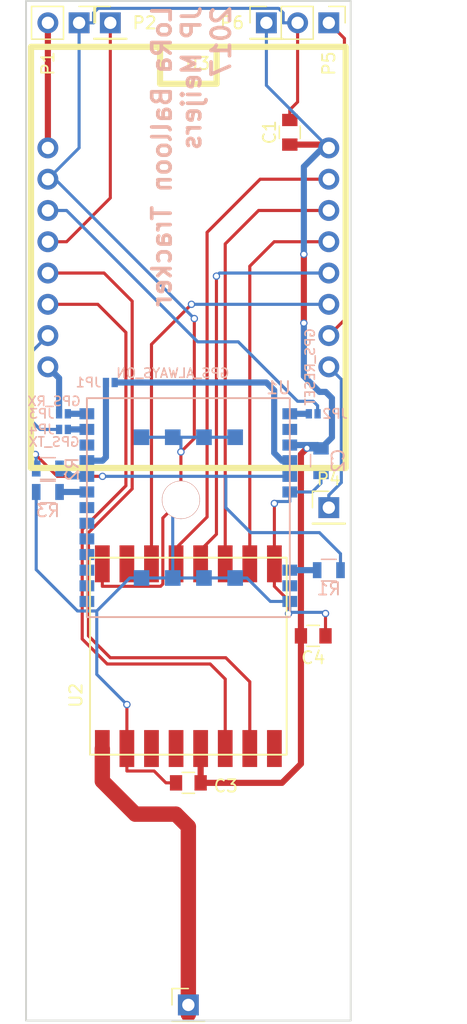
<source format=kicad_pcb>
(kicad_pcb (version 20171130) (host pcbnew "(5.1.12)-1")

  (general
    (thickness 1.6)
    (drawings 8)
    (tracks 209)
    (zones 0)
    (modules 20)
    (nets 27)
  )

  (page A4)
  (layers
    (0 F.Cu signal)
    (31 B.Cu signal)
    (32 B.Adhes user hide)
    (33 F.Adhes user hide)
    (34 B.Paste user hide)
    (35 F.Paste user hide)
    (36 B.SilkS user hide)
    (37 F.SilkS user hide)
    (38 B.Mask user hide)
    (39 F.Mask user hide)
    (40 Dwgs.User user hide)
    (41 Cmts.User user hide)
    (42 Eco1.User user hide)
    (43 Eco2.User user hide)
    (44 Edge.Cuts user)
    (45 Margin user hide)
    (46 B.CrtYd user hide)
    (47 F.CrtYd user hide)
    (48 B.Fab user hide)
    (49 F.Fab user hide)
  )

  (setup
    (last_trace_width 0.25)
    (user_trace_width 0.254)
    (user_trace_width 0.5)
    (user_trace_width 0.75)
    (user_trace_width 1)
    (user_trace_width 1.25)
    (trace_clearance 0.2)
    (zone_clearance 0.3)
    (zone_45_only yes)
    (trace_min 0.2)
    (via_size 0.6)
    (via_drill 0.4)
    (via_min_size 0.4)
    (via_min_drill 0.3)
    (uvia_size 0.3)
    (uvia_drill 0.1)
    (uvias_allowed no)
    (uvia_min_size 0.2)
    (uvia_min_drill 0.1)
    (edge_width 0.15)
    (segment_width 0.2)
    (pcb_text_width 0.3)
    (pcb_text_size 1.5 1.5)
    (mod_edge_width 0.15)
    (mod_text_size 1 1)
    (mod_text_width 0.15)
    (pad_size 1.524 1.524)
    (pad_drill 0.762)
    (pad_to_mask_clearance 0.2)
    (aux_axis_origin 0 0)
    (visible_elements 7FFFFFFF)
    (pcbplotparams
      (layerselection 0x00030_80000001)
      (usegerberextensions false)
      (usegerberattributes true)
      (usegerberadvancedattributes true)
      (creategerberjobfile true)
      (excludeedgelayer true)
      (linewidth 0.200000)
      (plotframeref false)
      (viasonmask false)
      (mode 1)
      (useauxorigin false)
      (hpglpennumber 1)
      (hpglpenspeed 20)
      (hpglpendiameter 15.000000)
      (psnegative false)
      (psa4output false)
      (plotreference true)
      (plotvalue true)
      (plotinvisibletext false)
      (padsonsilk false)
      (subtractmaskfromsilk false)
      (outputformat 1)
      (mirror false)
      (drillshape 1)
      (scaleselection 1)
      (outputdirectory ""))
  )

  (net 0 "")
  (net 1 /3V3)
  (net 2 /GND)
  (net 3 "Net-(JP1-Pad1)")
  (net 4 "Net-(JP1-Pad2)")
  (net 5 /GPS_RESET)
  (net 6 /DIO2)
  (net 7 /GPS_RX)
  (net 8 /DIO1/TX)
  (net 9 /GPS_TX)
  (net 10 /DIO3/RX)
  (net 11 /5V)
  (net 12 /DIO0)
  (net 13 /DIO4/rfmDIO1)
  (net 14 /DIO5/rfmDIO0)
  (net 15 /RST)
  (net 16 /ADC)
  (net 17 /DIO16/rfmRESET)
  (net 18 /DIO14/SCK)
  (net 19 /DIO12/MISO)
  (net 20 /DIO13/MOSI)
  (net 21 /DIO15/SS)
  (net 22 "Net-(P3-Pad1)")
  (net 23 /GPS_1V8)
  (net 24 "Net-(R1-Pad2)")
  (net 25 "Net-(R2-Pad1)")
  (net 26 "Net-(R3-Pad1)")

  (net_class Default "This is the default net class."
    (clearance 0.2)
    (trace_width 0.25)
    (via_dia 0.6)
    (via_drill 0.4)
    (uvia_dia 0.3)
    (uvia_drill 0.1)
    (add_net /3V3)
    (add_net /5V)
    (add_net /ADC)
    (add_net /DIO0)
    (add_net /DIO1/TX)
    (add_net /DIO12/MISO)
    (add_net /DIO13/MOSI)
    (add_net /DIO14/SCK)
    (add_net /DIO15/SS)
    (add_net /DIO16/rfmRESET)
    (add_net /DIO2)
    (add_net /DIO3/RX)
    (add_net /DIO4/rfmDIO1)
    (add_net /DIO5/rfmDIO0)
    (add_net /GND)
    (add_net /GPS_1V8)
    (add_net /GPS_RESET)
    (add_net /GPS_RX)
    (add_net /GPS_TX)
    (add_net /RST)
    (add_net "Net-(JP1-Pad1)")
    (add_net "Net-(JP1-Pad2)")
    (add_net "Net-(P3-Pad1)")
    (add_net "Net-(R1-Pad2)")
    (add_net "Net-(R2-Pad1)")
    (add_net "Net-(R3-Pad1)")
  )

  (module drawn_by_jpmeijers:WEMOS_D1_mini (layer F.Cu) (tedit 58B58BE8) (tstamp 58B564EE)
    (at 193.04 68.58)
    (path /58B581EA)
    (fp_text reference U3 (at 0.762 -15.748) (layer F.SilkS)
      (effects (font (size 1 1) (thickness 0.15)))
    )
    (fp_text value WEMOS_D1_mini (at 5.588 -22.352) (layer F.Fab)
      (effects (font (size 1 1) (thickness 0.15)))
    )
    (fp_line (start -12.8 17.1) (end 12.8 17.1) (layer F.SilkS) (width 0.5))
    (fp_line (start -12.8 -17.1) (end 12.8 -17.1) (layer F.SilkS) (width 0.5))
    (fp_line (start 12.8 -17.1) (end 12.8 17.1) (layer F.SilkS) (width 0.5))
    (fp_line (start -12.8 -17.1) (end -12.8 17.1) (layer F.SilkS) (width 0.5))
    (fp_line (start 2.3 -14.1) (end 2.3 -17.1) (layer F.SilkS) (width 0.5))
    (fp_line (start -2.3 -14.1) (end 2.3 -14.1) (layer F.SilkS) (width 0.5))
    (fp_line (start -2.3 -17.1) (end -2.3 -14.1) (layer F.SilkS) (width 0.5))
    (pad 1 thru_hole circle (at -11.43 -8.89) (size 1.7 1.7) (drill 1) (layers *.Cu *.Mask)
      (net 11 /5V))
    (pad 2 thru_hole circle (at -11.43 -6.35) (size 1.7 1.7) (drill 1) (layers *.Cu *.Mask)
      (net 2 /GND))
    (pad 3 thru_hole circle (at -11.43 -3.81) (size 1.7 1.7) (drill 1) (layers *.Cu *.Mask)
      (net 6 /DIO2))
    (pad 4 thru_hole circle (at -11.43 -1.27) (size 1.7 1.7) (drill 1) (layers *.Cu *.Mask)
      (net 12 /DIO0))
    (pad 5 thru_hole circle (at -11.43 1.27) (size 1.7 1.7) (drill 1) (layers *.Cu *.Mask)
      (net 13 /DIO4/rfmDIO1))
    (pad 6 thru_hole circle (at -11.43 3.81) (size 1.7 1.7) (drill 1) (layers *.Cu *.Mask)
      (net 14 /DIO5/rfmDIO0))
    (pad 7 thru_hole circle (at -11.43 6.35) (size 1.7 1.7) (drill 1) (layers *.Cu *.Mask)
      (net 10 /DIO3/RX))
    (pad 8 thru_hole circle (at -11.43 8.89) (size 1.7 1.7) (drill 1) (layers *.Cu *.Mask)
      (net 8 /DIO1/TX))
    (pad 9 thru_hole circle (at 11.43 8.89) (size 1.7 1.7) (drill 1) (layers *.Cu *.Mask)
      (net 15 /RST))
    (pad 10 thru_hole circle (at 11.43 6.35) (size 1.7 1.7) (drill 1) (layers *.Cu *.Mask)
      (net 16 /ADC))
    (pad 11 thru_hole circle (at 11.43 3.81) (size 1.7 1.7) (drill 1) (layers *.Cu *.Mask)
      (net 17 /DIO16/rfmRESET))
    (pad 12 thru_hole circle (at 11.43 1.27) (size 1.7 1.7) (drill 1) (layers *.Cu *.Mask)
      (net 18 /DIO14/SCK))
    (pad 13 thru_hole circle (at 11.43 -1.27) (size 1.7 1.7) (drill 1) (layers *.Cu *.Mask)
      (net 19 /DIO12/MISO))
    (pad 14 thru_hole circle (at 11.43 -3.81) (size 1.7 1.7) (drill 1) (layers *.Cu *.Mask)
      (net 20 /DIO13/MOSI))
    (pad 15 thru_hole circle (at 11.43 -6.35) (size 1.7 1.7) (drill 1) (layers *.Cu *.Mask)
      (net 21 /DIO15/SS))
    (pad 16 thru_hole circle (at 11.43 -8.89) (size 1.7 1.7) (drill 1) (layers *.Cu *.Mask)
      (net 1 /3V3))
  )

  (module Capacitors_SMD:C_0805 (layer F.Cu) (tedit 58B58BE1) (tstamp 58B553A7)
    (at 201.295 58.42 90)
    (descr "Capacitor SMD 0805, reflow soldering, AVX (see smccp.pdf)")
    (tags "capacitor 0805")
    (path /58B47837)
    (attr smd)
    (fp_text reference C1 (at 0 -1.651 90) (layer F.SilkS)
      (effects (font (size 1 1) (thickness 0.15)))
    )
    (fp_text value 10uF (at 2.032 10.287 90) (layer F.Fab)
      (effects (font (size 1 1) (thickness 0.15)))
    )
    (fp_line (start 1.75 0.87) (end -1.75 0.87) (layer F.CrtYd) (width 0.05))
    (fp_line (start 1.75 0.87) (end 1.75 -0.88) (layer F.CrtYd) (width 0.05))
    (fp_line (start -1.75 -0.88) (end -1.75 0.87) (layer F.CrtYd) (width 0.05))
    (fp_line (start -1.75 -0.88) (end 1.75 -0.88) (layer F.CrtYd) (width 0.05))
    (fp_line (start -0.5 0.85) (end 0.5 0.85) (layer F.SilkS) (width 0.12))
    (fp_line (start 0.5 -0.85) (end -0.5 -0.85) (layer F.SilkS) (width 0.12))
    (fp_line (start -1 -0.62) (end 1 -0.62) (layer F.Fab) (width 0.1))
    (fp_line (start 1 -0.62) (end 1 0.62) (layer F.Fab) (width 0.1))
    (fp_line (start 1 0.62) (end -1 0.62) (layer F.Fab) (width 0.1))
    (fp_line (start -1 0.62) (end -1 -0.62) (layer F.Fab) (width 0.1))
    (fp_text user %R (at -2.032 13.589 90) (layer F.Fab)
      (effects (font (size 1 1) (thickness 0.15)))
    )
    (pad 1 smd rect (at -1 0 90) (size 1 1.25) (layers F.Cu F.Paste F.Mask)
      (net 1 /3V3))
    (pad 2 smd rect (at 1 0 90) (size 1 1.25) (layers F.Cu F.Paste F.Mask)
      (net 2 /GND))
    (model Capacitors_SMD.3dshapes/C_0805.wrl
      (at (xyz 0 0 0))
      (scale (xyz 1 1 1))
      (rotate (xyz 0 0 0))
    )
  )

  (module Capacitors_SMD:C_0805 (layer B.Cu) (tedit 58B58B61) (tstamp 58B553AD)
    (at 203.835 85.09 270)
    (descr "Capacitor SMD 0805, reflow soldering, AVX (see smccp.pdf)")
    (tags "capacitor 0805")
    (path /58B477B1)
    (attr smd)
    (fp_text reference C2 (at 0 -1.397 270) (layer B.SilkS)
      (effects (font (size 1 1) (thickness 0.15)) (justify mirror))
    )
    (fp_text value 100nF (at -0.254 -6.223 270) (layer B.Fab)
      (effects (font (size 1 1) (thickness 0.15)) (justify mirror))
    )
    (fp_line (start 1.75 -0.87) (end -1.75 -0.87) (layer B.CrtYd) (width 0.05))
    (fp_line (start 1.75 -0.87) (end 1.75 0.88) (layer B.CrtYd) (width 0.05))
    (fp_line (start -1.75 0.88) (end -1.75 -0.87) (layer B.CrtYd) (width 0.05))
    (fp_line (start -1.75 0.88) (end 1.75 0.88) (layer B.CrtYd) (width 0.05))
    (fp_line (start -0.5 -0.85) (end 0.5 -0.85) (layer B.SilkS) (width 0.12))
    (fp_line (start 0.5 0.85) (end -0.5 0.85) (layer B.SilkS) (width 0.12))
    (fp_line (start -1 0.62) (end 1 0.62) (layer B.Fab) (width 0.1))
    (fp_line (start 1 0.62) (end 1 -0.62) (layer B.Fab) (width 0.1))
    (fp_line (start 1 -0.62) (end -1 -0.62) (layer B.Fab) (width 0.1))
    (fp_line (start -1 -0.62) (end -1 0.62) (layer B.Fab) (width 0.1))
    (fp_text user %R (at 2.794 -6.223 270) (layer B.Fab)
      (effects (font (size 1 1) (thickness 0.15)) (justify mirror))
    )
    (pad 1 smd rect (at -1 0 270) (size 1 1.25) (layers B.Cu B.Paste B.Mask)
      (net 1 /3V3))
    (pad 2 smd rect (at 1 0 270) (size 1 1.25) (layers B.Cu B.Paste B.Mask)
      (net 2 /GND))
    (model Capacitors_SMD.3dshapes/C_0805.wrl
      (at (xyz 0 0 0))
      (scale (xyz 1 1 1))
      (rotate (xyz 0 0 0))
    )
  )

  (module Capacitors_SMD:C_0805 (layer F.Cu) (tedit 58B58BB7) (tstamp 58B553B3)
    (at 193.04 111.252 180)
    (descr "Capacitor SMD 0805, reflow soldering, AVX (see smccp.pdf)")
    (tags "capacitor 0805")
    (path /58B54EC7)
    (attr smd)
    (fp_text reference C3 (at -3.048 -0.254 180) (layer F.SilkS)
      (effects (font (size 1 1) (thickness 0.15)))
    )
    (fp_text value 100nF (at -17.018 3.302 180) (layer F.Fab)
      (effects (font (size 1 1) (thickness 0.15)))
    )
    (fp_line (start 1.75 0.87) (end -1.75 0.87) (layer F.CrtYd) (width 0.05))
    (fp_line (start 1.75 0.87) (end 1.75 -0.88) (layer F.CrtYd) (width 0.05))
    (fp_line (start -1.75 -0.88) (end -1.75 0.87) (layer F.CrtYd) (width 0.05))
    (fp_line (start -1.75 -0.88) (end 1.75 -0.88) (layer F.CrtYd) (width 0.05))
    (fp_line (start -0.5 0.85) (end 0.5 0.85) (layer F.SilkS) (width 0.12))
    (fp_line (start 0.5 -0.85) (end -0.5 -0.85) (layer F.SilkS) (width 0.12))
    (fp_line (start -1 -0.62) (end 1 -0.62) (layer F.Fab) (width 0.1))
    (fp_line (start 1 -0.62) (end 1 0.62) (layer F.Fab) (width 0.1))
    (fp_line (start 1 0.62) (end -1 0.62) (layer F.Fab) (width 0.1))
    (fp_line (start -1 0.62) (end -1 -0.62) (layer F.Fab) (width 0.1))
    (fp_text user %R (at -15.494 4.826 180) (layer F.Fab)
      (effects (font (size 1 1) (thickness 0.15)))
    )
    (pad 1 smd rect (at -1 0 180) (size 1 1.25) (layers F.Cu F.Paste F.Mask)
      (net 1 /3V3))
    (pad 2 smd rect (at 1 0 180) (size 1 1.25) (layers F.Cu F.Paste F.Mask)
      (net 2 /GND))
    (model Capacitors_SMD.3dshapes/C_0805.wrl
      (at (xyz 0 0 0))
      (scale (xyz 1 1 1))
      (rotate (xyz 0 0 0))
    )
  )

  (module Resistors_SMD:R_0805 (layer B.Cu) (tedit 58B58B6D) (tstamp 58B553EE)
    (at 204.47 93.98 180)
    (descr "Resistor SMD 0805, reflow soldering, Vishay (see dcrcw.pdf)")
    (tags "resistor 0805")
    (path /58B48302)
    (attr smd)
    (fp_text reference R1 (at 0 -1.524 180) (layer B.SilkS)
      (effects (font (size 1 1) (thickness 0.15)) (justify mirror))
    )
    (fp_text value 10k (at -3.556 0 180) (layer B.Fab)
      (effects (font (size 1 1) (thickness 0.15)) (justify mirror))
    )
    (fp_line (start 1.55 -0.9) (end -1.55 -0.9) (layer B.CrtYd) (width 0.05))
    (fp_line (start 1.55 -0.9) (end 1.55 0.9) (layer B.CrtYd) (width 0.05))
    (fp_line (start -1.55 0.9) (end -1.55 -0.9) (layer B.CrtYd) (width 0.05))
    (fp_line (start -1.55 0.9) (end 1.55 0.9) (layer B.CrtYd) (width 0.05))
    (fp_line (start -0.6 0.88) (end 0.6 0.88) (layer B.SilkS) (width 0.12))
    (fp_line (start 0.6 -0.88) (end -0.6 -0.88) (layer B.SilkS) (width 0.12))
    (fp_line (start -1 0.62) (end 1 0.62) (layer B.Fab) (width 0.1))
    (fp_line (start 1 0.62) (end 1 -0.62) (layer B.Fab) (width 0.1))
    (fp_line (start 1 -0.62) (end -1 -0.62) (layer B.Fab) (width 0.1))
    (fp_line (start -1 -0.62) (end -1 0.62) (layer B.Fab) (width 0.1))
    (fp_text user %R (at -5.842 0 180) (layer B.Fab)
      (effects (font (size 1 1) (thickness 0.15)) (justify mirror))
    )
    (pad 1 smd rect (at -0.95 0 180) (size 0.7 1.3) (layers B.Cu B.Paste B.Mask)
      (net 23 /GPS_1V8))
    (pad 2 smd rect (at 0.95 0 180) (size 0.7 1.3) (layers B.Cu B.Paste B.Mask)
      (net 24 "Net-(R1-Pad2)"))
    (model Resistors_SMD.3dshapes/R_0805.wrl
      (at (xyz 0 0 0))
      (scale (xyz 1 1 1))
      (rotate (xyz 0 0 0))
    )
  )

  (module Resistors_SMD:R_0805 (layer B.Cu) (tedit 58B58D83) (tstamp 58B553F4)
    (at 181.61 85.725 180)
    (descr "Resistor SMD 0805, reflow soldering, Vishay (see dcrcw.pdf)")
    (tags "resistor 0805")
    (path /58B48193)
    (attr smd)
    (fp_text reference R2 (at -1.9812 -0.0508 90) (layer B.SilkS)
      (effects (font (size 1 1) (thickness 0.15)) (justify mirror))
    )
    (fp_text value 2k2 (at 5.08 -0.127 180) (layer B.Fab)
      (effects (font (size 1 1) (thickness 0.15)) (justify mirror))
    )
    (fp_line (start 1.55 -0.9) (end -1.55 -0.9) (layer B.CrtYd) (width 0.05))
    (fp_line (start 1.55 -0.9) (end 1.55 0.9) (layer B.CrtYd) (width 0.05))
    (fp_line (start -1.55 0.9) (end -1.55 -0.9) (layer B.CrtYd) (width 0.05))
    (fp_line (start -1.55 0.9) (end 1.55 0.9) (layer B.CrtYd) (width 0.05))
    (fp_line (start -0.6 0.88) (end 0.6 0.88) (layer B.SilkS) (width 0.12))
    (fp_line (start 0.6 -0.88) (end -0.6 -0.88) (layer B.SilkS) (width 0.12))
    (fp_line (start -1 0.62) (end 1 0.62) (layer B.Fab) (width 0.1))
    (fp_line (start 1 0.62) (end 1 -0.62) (layer B.Fab) (width 0.1))
    (fp_line (start 1 -0.62) (end -1 -0.62) (layer B.Fab) (width 0.1))
    (fp_line (start -1 -0.62) (end -1 0.62) (layer B.Fab) (width 0.1))
    (fp_text user %R (at 2.794 -0.127 180) (layer B.Fab)
      (effects (font (size 1 1) (thickness 0.15)) (justify mirror))
    )
    (pad 1 smd rect (at -0.95 0 180) (size 0.7 1.3) (layers B.Cu B.Paste B.Mask)
      (net 25 "Net-(R2-Pad1)"))
    (pad 2 smd rect (at 0.95 0 180) (size 0.7 1.3) (layers B.Cu B.Paste B.Mask)
      (net 23 /GPS_1V8))
    (model Resistors_SMD.3dshapes/R_0805.wrl
      (at (xyz 0 0 0))
      (scale (xyz 1 1 1))
      (rotate (xyz 0 0 0))
    )
  )

  (module Resistors_SMD:R_0805 (layer B.Cu) (tedit 58B58B22) (tstamp 58B553FA)
    (at 181.61 87.63 180)
    (descr "Resistor SMD 0805, reflow soldering, Vishay (see dcrcw.pdf)")
    (tags "resistor 0805")
    (path /58B48262)
    (attr smd)
    (fp_text reference R3 (at 0 -1.524 180) (layer B.SilkS)
      (effects (font (size 1 1) (thickness 0.15)) (justify mirror))
    )
    (fp_text value 2k2 (at 5.08 0 180) (layer B.Fab)
      (effects (font (size 1 1) (thickness 0.15)) (justify mirror))
    )
    (fp_line (start 1.55 -0.9) (end -1.55 -0.9) (layer B.CrtYd) (width 0.05))
    (fp_line (start 1.55 -0.9) (end 1.55 0.9) (layer B.CrtYd) (width 0.05))
    (fp_line (start -1.55 0.9) (end -1.55 -0.9) (layer B.CrtYd) (width 0.05))
    (fp_line (start -1.55 0.9) (end 1.55 0.9) (layer B.CrtYd) (width 0.05))
    (fp_line (start -0.6 0.88) (end 0.6 0.88) (layer B.SilkS) (width 0.12))
    (fp_line (start 0.6 -0.88) (end -0.6 -0.88) (layer B.SilkS) (width 0.12))
    (fp_line (start -1 0.62) (end 1 0.62) (layer B.Fab) (width 0.1))
    (fp_line (start 1 0.62) (end 1 -0.62) (layer B.Fab) (width 0.1))
    (fp_line (start 1 -0.62) (end -1 -0.62) (layer B.Fab) (width 0.1))
    (fp_line (start -1 -0.62) (end -1 0.62) (layer B.Fab) (width 0.1))
    (fp_text user %R (at 2.794 0 180) (layer B.Fab)
      (effects (font (size 1 1) (thickness 0.15)) (justify mirror))
    )
    (pad 1 smd rect (at -0.95 0 180) (size 0.7 1.3) (layers B.Cu B.Paste B.Mask)
      (net 26 "Net-(R3-Pad1)"))
    (pad 2 smd rect (at 0.95 0 180) (size 0.7 1.3) (layers B.Cu B.Paste B.Mask)
      (net 2 /GND))
    (model Resistors_SMD.3dshapes/R_0805.wrl
      (at (xyz 0 0 0))
      (scale (xyz 1 1 1))
      (rotate (xyz 0 0 0))
    )
  )

  (module drawn_by_jpmeijers:GPS_A2235-H (layer B.Cu) (tedit 58B58D9F) (tstamp 58B5541D)
    (at 201.295 97.79 180)
    (path /58B469E7)
    (fp_text reference U1 (at 0.9144 18.6182 180) (layer B.SilkS)
      (effects (font (size 1 1) (thickness 0.15)) (justify mirror))
    )
    (fp_text value GPS_A2235-H (at 27.2796 0 180) (layer B.Fab)
      (effects (font (size 1 1) (thickness 0.15)) (justify mirror))
    )
    (fp_line (start 16.51 0) (end 0 0) (layer B.SilkS) (width 0.15))
    (fp_line (start 16.51 17.78) (end 16.51 0) (layer B.SilkS) (width 0.15))
    (fp_line (start 0 17.78) (end 16.51 17.78) (layer B.SilkS) (width 0.15))
    (fp_line (start 0 0) (end 0 17.78) (layer B.SilkS) (width 0.15))
    (pad 1 smd rect (at 0 16.51 180) (size 1.2 0.9) (layers B.Cu B.Paste B.Mask)
      (net 5 /GPS_RESET))
    (pad 2 smd rect (at 0 15.24 180) (size 1.2 0.9) (layers B.Cu B.Paste B.Mask))
    (pad 3 smd rect (at 0 13.97 180) (size 1.2 0.9) (layers B.Cu B.Paste B.Mask)
      (net 1 /3V3))
    (pad 4 smd rect (at 0 12.7 180) (size 1.2 0.9) (layers B.Cu B.Paste B.Mask)
      (net 3 "Net-(JP1-Pad1)"))
    (pad 5 smd rect (at 0 11.43 180) (size 1.2 0.9) (layers B.Cu B.Paste B.Mask)
      (net 23 /GPS_1V8))
    (pad 6 smd rect (at 0 10.16 180) (size 1.2 0.9) (layers B.Cu B.Paste B.Mask)
      (net 2 /GND))
    (pad 7 smd rect (at 0 3.81 180) (size 1.2 0.9) (layers B.Cu B.Paste B.Mask)
      (net 24 "Net-(R1-Pad2)"))
    (pad 8 smd rect (at 0 2.54 180) (size 1.2 0.9) (layers B.Cu B.Paste B.Mask))
    (pad 9 smd rect (at 0 1.27 180) (size 1.2 0.9) (layers B.Cu B.Paste B.Mask)
      (net 2 /GND))
    (pad 10 smd rect (at 16.51 1.27 180) (size 1.2 0.9) (layers B.Cu B.Paste B.Mask))
    (pad 11 smd rect (at 16.51 2.54 180) (size 1.2 0.9) (layers B.Cu B.Paste B.Mask))
    (pad 12 smd rect (at 16.51 3.81 180) (size 1.2 0.9) (layers B.Cu B.Paste B.Mask))
    (pad 13 smd rect (at 16.51 5.08 180) (size 1.2 0.9) (layers B.Cu B.Paste B.Mask))
    (pad 14 smd rect (at 16.51 6.35 180) (size 1.2 0.9) (layers B.Cu B.Paste B.Mask))
    (pad 15 smd rect (at 16.51 7.62 180) (size 1.2 0.9) (layers B.Cu B.Paste B.Mask))
    (pad 16 smd rect (at 16.51 8.89 180) (size 1.2 0.9) (layers B.Cu B.Paste B.Mask))
    (pad 17 smd rect (at 16.51 10.16 180) (size 1.2 0.9) (layers B.Cu B.Paste B.Mask)
      (net 26 "Net-(R3-Pad1)"))
    (pad 18 smd rect (at 16.51 11.43 180) (size 1.2 0.9) (layers B.Cu B.Paste B.Mask)
      (net 25 "Net-(R2-Pad1)"))
    (pad 19 smd rect (at 16.51 12.7 180) (size 1.2 0.9) (layers B.Cu B.Paste B.Mask)
      (net 4 "Net-(JP1-Pad2)"))
    (pad 20 smd rect (at 16.51 13.97 180) (size 1.2 0.9) (layers B.Cu B.Paste B.Mask))
    (pad 21 smd rect (at 16.51 15.24 180) (size 1.2 0.9) (layers B.Cu B.Paste B.Mask)
      (net 9 /GPS_TX))
    (pad 22 smd rect (at 16.51 16.51 180) (size 1.2 0.9) (layers B.Cu B.Paste B.Mask)
      (net 7 /GPS_RX))
    (pad 23 smd rect (at 4.445 14.605 180) (size 1.27 1.27) (layers B.Cu B.Paste B.Mask)
      (net 2 /GND))
    (pad 26 smd rect (at 12.065 14.605 180) (size 1.27 1.27) (layers B.Cu B.Paste B.Mask)
      (net 2 /GND))
    (pad 25 smd rect (at 9.525 14.605 180) (size 1.27 1.27) (layers B.Cu B.Paste B.Mask)
      (net 2 /GND))
    (pad 24 smd rect (at 6.985 14.605 180) (size 1.27 1.27) (layers B.Cu B.Paste B.Mask)
      (net 2 /GND))
    (pad 27 smd rect (at 4.445 3.175 180) (size 1.27 1.27) (layers B.Cu B.Paste B.Mask)
      (net 2 /GND))
    (pad 28 smd rect (at 6.985 3.175 180) (size 1.27 1.27) (layers B.Cu B.Paste B.Mask)
      (net 2 /GND))
    (pad 29 smd rect (at 9.525 3.175 180) (size 1.27 1.27) (layers B.Cu B.Paste B.Mask)
      (net 2 /GND))
    (pad 30 smd rect (at 12.065 3.175 180) (size 1.27 1.27) (layers B.Cu B.Paste B.Mask)
      (net 2 /GND))
    (pad 31 thru_hole circle (at 8.86 9.52 180) (size 3.1 3.1) (drill 3) (layers *.Cu *.Mask B.SilkS)
      (net 2 /GND))
  )

  (module drawn_by_jpmeijers:RFM95 (layer F.Cu) (tedit 58B58BAE) (tstamp 58B55431)
    (at 193.04 100.965 270)
    (path /58B46ACB)
    (fp_text reference U2 (at 3.175 9.144 270) (layer F.SilkS)
      (effects (font (size 1 1) (thickness 0.15)))
    )
    (fp_text value RFM95 (at 2.667 16.764) (layer F.Fab)
      (effects (font (size 1 1) (thickness 0.15)))
    )
    (fp_line (start 8 8) (end 8 -8) (layer F.SilkS) (width 0.15))
    (fp_line (start -8 8) (end 8 8) (layer F.SilkS) (width 0.15))
    (fp_line (start -8 -8) (end -8 8) (layer F.SilkS) (width 0.15))
    (fp_line (start 8 -8) (end -8 -8) (layer F.SilkS) (width 0.15))
    (pad 1 smd rect (at -7.5 -7 270) (size 3 1.2) (layers F.Cu F.Paste F.Mask)
      (net 2 /GND))
    (pad 2 smd rect (at -7.5 -5 270) (size 3 1.2) (layers F.Cu F.Paste F.Mask)
      (net 19 /DIO12/MISO))
    (pad 3 smd rect (at -7.5 -3 270) (size 3 1.2) (layers F.Cu F.Paste F.Mask)
      (net 20 /DIO13/MOSI))
    (pad 4 smd rect (at -7.5 -1 270) (size 3 1.2) (layers F.Cu F.Paste F.Mask)
      (net 18 /DIO14/SCK))
    (pad 5 smd rect (at -7.5 1 270) (size 3 1.2) (layers F.Cu F.Paste F.Mask)
      (net 21 /DIO15/SS))
    (pad 6 smd rect (at -7.5 3 270) (size 3 1.2) (layers F.Cu F.Paste F.Mask)
      (net 17 /DIO16/rfmRESET))
    (pad 7 smd rect (at -7.5 5 270) (size 3 1.2) (layers F.Cu F.Paste F.Mask))
    (pad 8 smd rect (at -7.5 7 270) (size 3 1.2) (layers F.Cu F.Paste F.Mask)
      (net 2 /GND))
    (pad 9 smd rect (at 7.5 7 270) (size 3 1.2) (layers F.Cu F.Paste F.Mask)
      (net 22 "Net-(P3-Pad1)"))
    (pad 10 smd rect (at 7.5 5 270) (size 3 1.2) (layers F.Cu F.Paste F.Mask)
      (net 2 /GND))
    (pad 11 smd rect (at 7.5 3 270) (size 3 1.2) (layers F.Cu F.Paste F.Mask))
    (pad 12 smd rect (at 7.5 1 270) (size 3 1.2) (layers F.Cu F.Paste F.Mask))
    (pad 13 smd rect (at 7.5 -1 270) (size 3 1.2) (layers F.Cu F.Paste F.Mask)
      (net 1 /3V3))
    (pad 14 smd rect (at 7.5 -3 270) (size 3 1.2) (layers F.Cu F.Paste F.Mask)
      (net 14 /DIO5/rfmDIO0))
    (pad 15 smd rect (at 7.5 -5 270) (size 3 1.2) (layers F.Cu F.Paste F.Mask)
      (net 13 /DIO4/rfmDIO1))
    (pad 16 smd rect (at 7.5 -7 270) (size 3 1.2) (layers F.Cu F.Paste F.Mask))
  )

  (module Socket_Strips:Socket_Strip_Straight_1x02_Pitch2.54mm (layer F.Cu) (tedit 58B58BFA) (tstamp 58B56552)
    (at 184.15 49.53 270)
    (descr "Through hole straight socket strip, 1x02, 2.54mm pitch, single row")
    (tags "Through hole socket strip THT 1x02 2.54mm single row")
    (path /58B59032)
    (fp_text reference P1 (at 3.302 2.54 270) (layer F.SilkS)
      (effects (font (size 1 1) (thickness 0.15)))
    )
    (fp_text value BATTERY (at 4.064 6.604 270) (layer F.Fab)
      (effects (font (size 1 1) (thickness 0.15)))
    )
    (fp_line (start 1.55 -1.55) (end -1.55 -1.55) (layer F.CrtYd) (width 0.05))
    (fp_line (start 1.55 4.1) (end 1.55 -1.55) (layer F.CrtYd) (width 0.05))
    (fp_line (start -1.55 4.1) (end 1.55 4.1) (layer F.CrtYd) (width 0.05))
    (fp_line (start -1.55 -1.55) (end -1.55 4.1) (layer F.CrtYd) (width 0.05))
    (fp_line (start -1.33 -1.33) (end 0 -1.33) (layer F.SilkS) (width 0.12))
    (fp_line (start -1.33 0) (end -1.33 -1.33) (layer F.SilkS) (width 0.12))
    (fp_line (start 1.33 1.27) (end -1.33 1.27) (layer F.SilkS) (width 0.12))
    (fp_line (start 1.33 3.87) (end 1.33 1.27) (layer F.SilkS) (width 0.12))
    (fp_line (start -1.33 3.87) (end 1.33 3.87) (layer F.SilkS) (width 0.12))
    (fp_line (start -1.33 1.27) (end -1.33 3.87) (layer F.SilkS) (width 0.12))
    (fp_line (start 1.27 -1.27) (end -1.27 -1.27) (layer F.Fab) (width 0.1))
    (fp_line (start 1.27 3.81) (end 1.27 -1.27) (layer F.Fab) (width 0.1))
    (fp_line (start -1.27 3.81) (end 1.27 3.81) (layer F.Fab) (width 0.1))
    (fp_line (start -1.27 -1.27) (end -1.27 3.81) (layer F.Fab) (width 0.1))
    (pad 1 thru_hole rect (at 0 0 270) (size 1.7 1.7) (drill 1) (layers *.Cu *.Mask)
      (net 2 /GND))
    (pad 2 thru_hole oval (at 0 2.54 270) (size 1.7 1.7) (drill 1) (layers *.Cu *.Mask)
      (net 11 /5V))
    (model Socket_Strips.3dshapes/Socket_Strip_Straight_1x02_Pitch2.54mm.wrl
      (offset (xyz 0 -1.269999980926514 0))
      (scale (xyz 1 1 1))
      (rotate (xyz 0 0 270))
    )
  )

  (module Socket_Strips:Socket_Strip_Straight_1x01_Pitch2.54mm (layer F.Cu) (tedit 58B58CA2) (tstamp 58B56557)
    (at 186.69 49.53)
    (descr "Through hole straight socket strip, 1x01, 2.54mm pitch, single row")
    (tags "Through hole socket strip THT 1x01 2.54mm single row")
    (path /58B594DB)
    (fp_text reference P2 (at 2.794 0) (layer F.SilkS)
      (effects (font (size 1 1) (thickness 0.15)))
    )
    (fp_text value CONN_DIO0 (at -0.127 -3.302) (layer F.Fab)
      (effects (font (size 1 1) (thickness 0.15)))
    )
    (fp_line (start 1.55 -1.55) (end -1.55 -1.55) (layer F.CrtYd) (width 0.05))
    (fp_line (start 1.55 1.55) (end 1.55 -1.55) (layer F.CrtYd) (width 0.05))
    (fp_line (start -1.55 1.55) (end 1.55 1.55) (layer F.CrtYd) (width 0.05))
    (fp_line (start -1.55 -1.55) (end -1.55 1.55) (layer F.CrtYd) (width 0.05))
    (fp_line (start -1.33 -1.33) (end 0 -1.33) (layer F.SilkS) (width 0.12))
    (fp_line (start -1.33 0) (end -1.33 -1.33) (layer F.SilkS) (width 0.12))
    (fp_line (start 1.33 1.27) (end -1.33 1.27) (layer F.SilkS) (width 0.12))
    (fp_line (start 1.33 1.33) (end 1.33 1.27) (layer F.SilkS) (width 0.12))
    (fp_line (start -1.33 1.33) (end 1.33 1.33) (layer F.SilkS) (width 0.12))
    (fp_line (start -1.33 1.27) (end -1.33 1.33) (layer F.SilkS) (width 0.12))
    (fp_line (start 1.27 -1.27) (end -1.27 -1.27) (layer F.Fab) (width 0.1))
    (fp_line (start 1.27 1.27) (end 1.27 -1.27) (layer F.Fab) (width 0.1))
    (fp_line (start -1.27 1.27) (end 1.27 1.27) (layer F.Fab) (width 0.1))
    (fp_line (start -1.27 -1.27) (end -1.27 1.27) (layer F.Fab) (width 0.1))
    (pad 1 thru_hole rect (at 0 0) (size 1.7 1.7) (drill 1) (layers *.Cu *.Mask)
      (net 12 /DIO0))
    (model Socket_Strips.3dshapes/Socket_Strip_Straight_1x01_Pitch2.54mm.wrl
      (at (xyz 0 0 0))
      (scale (xyz 1 1 1))
      (rotate (xyz 0 0 270))
    )
  )

  (module Socket_Strips:Socket_Strip_Straight_1x01_Pitch2.54mm (layer F.Cu) (tedit 58B57A71) (tstamp 58B5655C)
    (at 204.47 88.9)
    (descr "Through hole straight socket strip, 1x01, 2.54mm pitch, single row")
    (tags "Through hole socket strip THT 1x01 2.54mm single row")
    (path /58B59362)
    (fp_text reference P4 (at 0 -2.33) (layer F.SilkS)
      (effects (font (size 1 1) (thickness 0.15)))
    )
    (fp_text value RESET (at -0.508 2.286) (layer F.Fab)
      (effects (font (size 1 1) (thickness 0.15)))
    )
    (fp_line (start 1.55 -1.55) (end -1.55 -1.55) (layer F.CrtYd) (width 0.05))
    (fp_line (start 1.55 1.55) (end 1.55 -1.55) (layer F.CrtYd) (width 0.05))
    (fp_line (start -1.55 1.55) (end 1.55 1.55) (layer F.CrtYd) (width 0.05))
    (fp_line (start -1.55 -1.55) (end -1.55 1.55) (layer F.CrtYd) (width 0.05))
    (fp_line (start -1.33 -1.33) (end 0 -1.33) (layer F.SilkS) (width 0.12))
    (fp_line (start -1.33 0) (end -1.33 -1.33) (layer F.SilkS) (width 0.12))
    (fp_line (start 1.33 1.27) (end -1.33 1.27) (layer F.SilkS) (width 0.12))
    (fp_line (start 1.33 1.33) (end 1.33 1.27) (layer F.SilkS) (width 0.12))
    (fp_line (start -1.33 1.33) (end 1.33 1.33) (layer F.SilkS) (width 0.12))
    (fp_line (start -1.33 1.27) (end -1.33 1.33) (layer F.SilkS) (width 0.12))
    (fp_line (start 1.27 -1.27) (end -1.27 -1.27) (layer F.Fab) (width 0.1))
    (fp_line (start 1.27 1.27) (end 1.27 -1.27) (layer F.Fab) (width 0.1))
    (fp_line (start -1.27 1.27) (end 1.27 1.27) (layer F.Fab) (width 0.1))
    (fp_line (start -1.27 -1.27) (end -1.27 1.27) (layer F.Fab) (width 0.1))
    (pad 1 thru_hole rect (at 0 0) (size 1.7 1.7) (drill 1) (layers *.Cu *.Mask)
      (net 15 /RST))
    (model Socket_Strips.3dshapes/Socket_Strip_Straight_1x01_Pitch2.54mm.wrl
      (at (xyz 0 0 0))
      (scale (xyz 1 1 1))
      (rotate (xyz 0 0 270))
    )
  )

  (module Socket_Strips:Socket_Strip_Straight_1x02_Pitch2.54mm (layer F.Cu) (tedit 58B58C9D) (tstamp 58B56562)
    (at 204.47 49.53 270)
    (descr "Through hole straight socket strip, 1x02, 2.54mm pitch, single row")
    (tags "Through hole socket strip THT 1x02 2.54mm single row")
    (path /58B592CF)
    (fp_text reference P5 (at 3.302 0 270) (layer F.SilkS)
      (effects (font (size 1 1) (thickness 0.15)))
    )
    (fp_text value ADC_INPUT (at 5.08 -10.414 270) (layer F.Fab)
      (effects (font (size 1 1) (thickness 0.15)))
    )
    (fp_line (start 1.55 -1.55) (end -1.55 -1.55) (layer F.CrtYd) (width 0.05))
    (fp_line (start 1.55 4.1) (end 1.55 -1.55) (layer F.CrtYd) (width 0.05))
    (fp_line (start -1.55 4.1) (end 1.55 4.1) (layer F.CrtYd) (width 0.05))
    (fp_line (start -1.55 -1.55) (end -1.55 4.1) (layer F.CrtYd) (width 0.05))
    (fp_line (start -1.33 -1.33) (end 0 -1.33) (layer F.SilkS) (width 0.12))
    (fp_line (start -1.33 0) (end -1.33 -1.33) (layer F.SilkS) (width 0.12))
    (fp_line (start 1.33 1.27) (end -1.33 1.27) (layer F.SilkS) (width 0.12))
    (fp_line (start 1.33 3.87) (end 1.33 1.27) (layer F.SilkS) (width 0.12))
    (fp_line (start -1.33 3.87) (end 1.33 3.87) (layer F.SilkS) (width 0.12))
    (fp_line (start -1.33 1.27) (end -1.33 3.87) (layer F.SilkS) (width 0.12))
    (fp_line (start 1.27 -1.27) (end -1.27 -1.27) (layer F.Fab) (width 0.1))
    (fp_line (start 1.27 3.81) (end 1.27 -1.27) (layer F.Fab) (width 0.1))
    (fp_line (start -1.27 3.81) (end 1.27 3.81) (layer F.Fab) (width 0.1))
    (fp_line (start -1.27 -1.27) (end -1.27 3.81) (layer F.Fab) (width 0.1))
    (pad 1 thru_hole rect (at 0 0 270) (size 1.7 1.7) (drill 1) (layers *.Cu *.Mask)
      (net 16 /ADC))
    (pad 2 thru_hole oval (at 0 2.54 270) (size 1.7 1.7) (drill 1) (layers *.Cu *.Mask)
      (net 2 /GND))
    (model Socket_Strips.3dshapes/Socket_Strip_Straight_1x02_Pitch2.54mm.wrl
      (offset (xyz 0 -1.269999980926514 0))
      (scale (xyz 1 1 1))
      (rotate (xyz 0 0 270))
    )
  )

  (module open-project:S_JUMPER_2 (layer B.Cu) (tedit 58B58D1D) (tstamp 58B5667B)
    (at 186.69 78.74 180)
    (path /58B4838A)
    (fp_text reference JP1 (at 1.778 0 180) (layer B.SilkS)
      (effects (font (size 0.762 0.762) (thickness 0.127)) (justify mirror))
    )
    (fp_text value GPS_ALWAYS_ON (at -5.08 0.762 180) (layer B.SilkS)
      (effects (font (size 0.762 0.762) (thickness 0.127)) (justify mirror))
    )
    (pad 1 smd rect (at -0.3556 0 180) (size 0.508 0.762) (layers B.Cu B.Paste B.Mask)
      (net 3 "Net-(JP1-Pad1)") (clearance 0.2032))
    (pad 2 smd rect (at 0.3556 0 180) (size 0.508 0.762) (layers B.Cu B.Paste B.Mask)
      (net 4 "Net-(JP1-Pad2)") (clearance 0.2032))
  )

  (module open-project:S_JUMPER_2 (layer B.Cu) (tedit 58B58D2B) (tstamp 58B56680)
    (at 203.2 81.28)
    (path /58B49E9F)
    (fp_text reference JP2 (at 1.778 0) (layer B.SilkS)
      (effects (font (size 0.762 0.762) (thickness 0.127)) (justify mirror))
    )
    (fp_text value GPS_RESET (at -0.254 -3.81 90) (layer B.SilkS)
      (effects (font (size 0.762 0.762) (thickness 0.127)) (justify mirror))
    )
    (pad 1 smd rect (at -0.3556 0) (size 0.508 0.762) (layers B.Cu B.Paste B.Mask)
      (net 5 /GPS_RESET) (clearance 0.2032))
    (pad 2 smd rect (at 0.3556 0) (size 0.508 0.762) (layers B.Cu B.Paste B.Mask)
      (net 6 /DIO2) (clearance 0.2032))
  )

  (module open-project:S_JUMPER_2 (layer B.Cu) (tedit 58B58AEB) (tstamp 58B56685)
    (at 182.88 81.28 180)
    (path /58B47E01)
    (fp_text reference JP3 (at 1.778 0 180) (layer B.SilkS)
      (effects (font (size 0.762 0.762) (thickness 0.127)) (justify mirror))
    )
    (fp_text value GPS_RX (at 0.762 1.016 180) (layer B.SilkS)
      (effects (font (size 0.762 0.762) (thickness 0.127)) (justify mirror))
    )
    (pad 1 smd rect (at -0.3556 0 180) (size 0.508 0.762) (layers B.Cu B.Paste B.Mask)
      (net 7 /GPS_RX) (clearance 0.2032))
    (pad 2 smd rect (at 0.3556 0 180) (size 0.508 0.762) (layers B.Cu B.Paste B.Mask)
      (net 8 /DIO1/TX) (clearance 0.2032))
  )

  (module open-project:S_JUMPER_2 (layer B.Cu) (tedit 58B58AE6) (tstamp 58B5668A)
    (at 182.88 82.55 180)
    (path /58B47E68)
    (fp_text reference JP4 (at 1.778 0 180) (layer B.SilkS)
      (effects (font (size 0.762 0.762) (thickness 0.127)) (justify mirror))
    )
    (fp_text value GPS_TX (at 0.762 -1.016 180) (layer B.SilkS)
      (effects (font (size 0.762 0.762) (thickness 0.127)) (justify mirror))
    )
    (pad 1 smd rect (at -0.3556 0 180) (size 0.508 0.762) (layers B.Cu B.Paste B.Mask)
      (net 9 /GPS_TX) (clearance 0.2032))
    (pad 2 smd rect (at 0.3556 0 180) (size 0.508 0.762) (layers B.Cu B.Paste B.Mask)
      (net 10 /DIO3/RX) (clearance 0.2032))
  )

  (module Capacitors_SMD:C_0805 (layer F.Cu) (tedit 58B58B92) (tstamp 58B56B42)
    (at 203.2 99.314)
    (descr "Capacitor SMD 0805, reflow soldering, AVX (see smccp.pdf)")
    (tags "capacitor 0805")
    (path /58B59D4D)
    (attr smd)
    (fp_text reference C4 (at 0 1.778) (layer F.SilkS)
      (effects (font (size 1 1) (thickness 0.15)))
    )
    (fp_text value 10uF (at 5.588 0.254) (layer F.Fab)
      (effects (font (size 1 1) (thickness 0.15)))
    )
    (fp_line (start 1.75 0.87) (end -1.75 0.87) (layer F.CrtYd) (width 0.05))
    (fp_line (start 1.75 0.87) (end 1.75 -0.88) (layer F.CrtYd) (width 0.05))
    (fp_line (start -1.75 -0.88) (end -1.75 0.87) (layer F.CrtYd) (width 0.05))
    (fp_line (start -1.75 -0.88) (end 1.75 -0.88) (layer F.CrtYd) (width 0.05))
    (fp_line (start -0.5 0.85) (end 0.5 0.85) (layer F.SilkS) (width 0.12))
    (fp_line (start 0.5 -0.85) (end -0.5 -0.85) (layer F.SilkS) (width 0.12))
    (fp_line (start -1 -0.62) (end 1 -0.62) (layer F.Fab) (width 0.1))
    (fp_line (start 1 -0.62) (end 1 0.62) (layer F.Fab) (width 0.1))
    (fp_line (start 1 0.62) (end -1 0.62) (layer F.Fab) (width 0.1))
    (fp_line (start -1 0.62) (end -1 -0.62) (layer F.Fab) (width 0.1))
    (fp_text user %R (at 4.826 -1.27) (layer F.Fab)
      (effects (font (size 1 1) (thickness 0.15)))
    )
    (pad 1 smd rect (at -1 0) (size 1 1.25) (layers F.Cu F.Paste F.Mask)
      (net 1 /3V3))
    (pad 2 smd rect (at 1 0) (size 1 1.25) (layers F.Cu F.Paste F.Mask)
      (net 2 /GND))
    (model Capacitors_SMD.3dshapes/C_0805.wrl
      (at (xyz 0 0 0))
      (scale (xyz 1 1 1))
      (rotate (xyz 0 0 0))
    )
  )

  (module Socket_Strips:Socket_Strip_Straight_1x01_Pitch2.54mm (layer F.Cu) (tedit 58B58BBE) (tstamp 58B575BC)
    (at 193.04 129.286)
    (descr "Through hole straight socket strip, 1x01, 2.54mm pitch, single row")
    (tags "Through hole socket strip THT 1x01 2.54mm single row")
    (path /58B47A3C)
    (fp_text reference P3 (at 0.254 4.064) (layer F.SilkS)
      (effects (font (size 1 1) (thickness 0.15)))
    )
    (fp_text value CONN_01X01 (at 0 2.33) (layer F.Fab)
      (effects (font (size 1 1) (thickness 0.15)))
    )
    (fp_line (start 1.55 -1.55) (end -1.55 -1.55) (layer F.CrtYd) (width 0.05))
    (fp_line (start 1.55 1.55) (end 1.55 -1.55) (layer F.CrtYd) (width 0.05))
    (fp_line (start -1.55 1.55) (end 1.55 1.55) (layer F.CrtYd) (width 0.05))
    (fp_line (start -1.55 -1.55) (end -1.55 1.55) (layer F.CrtYd) (width 0.05))
    (fp_line (start -1.33 -1.33) (end 0 -1.33) (layer F.SilkS) (width 0.12))
    (fp_line (start -1.33 0) (end -1.33 -1.33) (layer F.SilkS) (width 0.12))
    (fp_line (start 1.33 1.27) (end -1.33 1.27) (layer F.SilkS) (width 0.12))
    (fp_line (start 1.33 1.33) (end 1.33 1.27) (layer F.SilkS) (width 0.12))
    (fp_line (start -1.33 1.33) (end 1.33 1.33) (layer F.SilkS) (width 0.12))
    (fp_line (start -1.33 1.27) (end -1.33 1.33) (layer F.SilkS) (width 0.12))
    (fp_line (start 1.27 -1.27) (end -1.27 -1.27) (layer F.Fab) (width 0.1))
    (fp_line (start 1.27 1.27) (end 1.27 -1.27) (layer F.Fab) (width 0.1))
    (fp_line (start -1.27 1.27) (end 1.27 1.27) (layer F.Fab) (width 0.1))
    (fp_line (start -1.27 -1.27) (end -1.27 1.27) (layer F.Fab) (width 0.1))
    (pad 1 thru_hole rect (at 0 0) (size 1.7 1.7) (drill 1) (layers *.Cu *.Mask)
      (net 22 "Net-(P3-Pad1)"))
    (model Socket_Strips.3dshapes/Socket_Strip_Straight_1x01_Pitch2.54mm.wrl
      (at (xyz 0 0 0))
      (scale (xyz 1 1 1))
      (rotate (xyz 0 0 270))
    )
  )

  (module Socket_Strips:Socket_Strip_Straight_1x01_Pitch2.54mm (layer F.Cu) (tedit 58B58C98) (tstamp 58B58E89)
    (at 199.39 49.53)
    (descr "Through hole straight socket strip, 1x01, 2.54mm pitch, single row")
    (tags "Through hole socket strip THT 1x01 2.54mm single row")
    (path /58B5A940)
    (fp_text reference P6 (at -2.794 0) (layer F.SilkS)
      (effects (font (size 1 1) (thickness 0.15)))
    )
    (fp_text value CONN_01X01 (at 0 -5.334) (layer F.Fab)
      (effects (font (size 1 1) (thickness 0.15)))
    )
    (fp_line (start 1.55 -1.55) (end -1.55 -1.55) (layer F.CrtYd) (width 0.05))
    (fp_line (start 1.55 1.55) (end 1.55 -1.55) (layer F.CrtYd) (width 0.05))
    (fp_line (start -1.55 1.55) (end 1.55 1.55) (layer F.CrtYd) (width 0.05))
    (fp_line (start -1.55 -1.55) (end -1.55 1.55) (layer F.CrtYd) (width 0.05))
    (fp_line (start -1.33 -1.33) (end 0 -1.33) (layer F.SilkS) (width 0.12))
    (fp_line (start -1.33 0) (end -1.33 -1.33) (layer F.SilkS) (width 0.12))
    (fp_line (start 1.33 1.27) (end -1.33 1.27) (layer F.SilkS) (width 0.12))
    (fp_line (start 1.33 1.33) (end 1.33 1.27) (layer F.SilkS) (width 0.12))
    (fp_line (start -1.33 1.33) (end 1.33 1.33) (layer F.SilkS) (width 0.12))
    (fp_line (start -1.33 1.27) (end -1.33 1.33) (layer F.SilkS) (width 0.12))
    (fp_line (start 1.27 -1.27) (end -1.27 -1.27) (layer F.Fab) (width 0.1))
    (fp_line (start 1.27 1.27) (end 1.27 -1.27) (layer F.Fab) (width 0.1))
    (fp_line (start -1.27 1.27) (end 1.27 1.27) (layer F.Fab) (width 0.1))
    (fp_line (start -1.27 -1.27) (end -1.27 1.27) (layer F.Fab) (width 0.1))
    (pad 1 thru_hole rect (at 0 0) (size 1.7 1.7) (drill 1) (layers *.Cu *.Mask)
      (net 1 /3V3))
    (model Socket_Strips.3dshapes/Socket_Strip_Straight_1x01_Pitch2.54mm.wrl
      (at (xyz 0 0 0))
      (scale (xyz 1 1 1))
      (rotate (xyz 0 0 270))
    )
  )

  (gr_text "LoRa Balloon Tracker\nJP Meijers\n2017" (at 193.294 48.006 90) (layer B.SilkS)
    (effects (font (size 1.5 1.5) (thickness 0.3)) (justify left mirror))
  )
  (dimension 26.416 (width 0.3) (layer Dwgs.User)
    (gr_text "26,416 mm" (at 193.04 39.29) (layer Dwgs.User)
      (effects (font (size 1.5 1.5) (thickness 0.3)))
    )
    (feature1 (pts (xy 206.248 47.752) (xy 206.248 37.94)))
    (feature2 (pts (xy 179.832 47.752) (xy 179.832 37.94)))
    (crossbar (pts (xy 179.832 40.64) (xy 206.248 40.64)))
    (arrow1a (pts (xy 206.248 40.64) (xy 205.121496 41.226421)))
    (arrow1b (pts (xy 206.248 40.64) (xy 205.121496 40.053579)))
    (arrow2a (pts (xy 179.832 40.64) (xy 180.958504 41.226421)))
    (arrow2b (pts (xy 179.832 40.64) (xy 180.958504 40.053579)))
  )
  (dimension 82.804 (width 0.3) (layer Dwgs.User)
    (gr_text "82,804 mm" (at 170.862001 89.154 270) (layer Dwgs.User)
      (effects (font (size 1.5 1.5) (thickness 0.3)))
    )
    (feature1 (pts (xy 179.832 130.556) (xy 169.512001 130.556)))
    (feature2 (pts (xy 179.832 47.752) (xy 169.512001 47.752)))
    (crossbar (pts (xy 172.212001 47.752) (xy 172.212001 130.556)))
    (arrow1a (pts (xy 172.212001 130.556) (xy 171.62558 129.429496)))
    (arrow1b (pts (xy 172.212001 130.556) (xy 172.798422 129.429496)))
    (arrow2a (pts (xy 172.212001 47.752) (xy 171.62558 48.878504)))
    (arrow2b (pts (xy 172.212001 47.752) (xy 172.798422 48.878504)))
  )
  (dimension 20.066 (width 0.3) (layer Dwgs.User)
    (gr_text "20,066 mm" (at 211.662 120.269 270) (layer Dwgs.User)
      (effects (font (size 1.5 1.5) (thickness 0.3)))
    )
    (feature1 (pts (xy 203.2 130.302) (xy 213.012 130.302)))
    (feature2 (pts (xy 203.2 110.236) (xy 213.012 110.236)))
    (crossbar (pts (xy 210.312 110.236) (xy 210.312 130.302)))
    (arrow1a (pts (xy 210.312 130.302) (xy 209.725579 129.175496)))
    (arrow1b (pts (xy 210.312 130.302) (xy 210.898421 129.175496)))
    (arrow2a (pts (xy 210.312 110.236) (xy 209.725579 111.362504)))
    (arrow2b (pts (xy 210.312 110.236) (xy 210.898421 111.362504)))
  )
  (gr_line (start 179.832 130.556) (end 206.248 130.556) (angle 90) (layer Edge.Cuts) (width 0.15))
  (gr_line (start 179.832 47.752) (end 179.832 130.556) (angle 90) (layer Edge.Cuts) (width 0.15))
  (gr_line (start 206.248 47.752) (end 206.248 130.556) (angle 90) (layer Edge.Cuts) (width 0.15))
  (gr_line (start 179.832 47.752) (end 206.248 47.752) (angle 90) (layer Edge.Cuts) (width 0.15))

  (segment (start 201.295 83.82) (end 203.565 83.82) (width 0.5) (layer B.Cu) (net 1))
  (segment (start 203.565 83.82) (end 203.835 84.09) (width 0.5) (layer B.Cu) (net 1))
  (segment (start 201.295 59.42) (end 204.2 59.42) (width 0.5) (layer F.Cu) (net 1))
  (segment (start 204.2 59.42) (end 204.47 59.69) (width 0.5) (layer F.Cu) (net 1))
  (segment (start 202.438 73.914) (end 202.438 78.232) (width 0.5) (layer B.Cu) (net 1))
  (segment (start 202.438 78.232) (end 203.708 79.502) (width 0.5) (layer B.Cu) (net 1))
  (segment (start 203.708 79.502) (end 204.216 79.502) (width 0.5) (layer B.Cu) (net 1))
  (segment (start 204.216 79.502) (end 204.724 80.01) (width 0.5) (layer B.Cu) (net 1))
  (segment (start 204.724 80.01) (end 204.724 83.201) (width 0.5) (layer B.Cu) (net 1))
  (segment (start 204.724 83.201) (end 203.835 84.09) (width 0.5) (layer B.Cu) (net 1))
  (segment (start 202.438 68.326) (end 202.438 73.914) (width 0.5) (layer F.Cu) (net 1))
  (segment (start 204.47 59.69) (end 203.962 59.69) (width 0.5) (layer B.Cu) (net 1))
  (segment (start 203.962 59.69) (end 202.438 61.214) (width 0.5) (layer B.Cu) (net 1))
  (segment (start 202.438 61.214) (end 202.438 68.326) (width 0.5) (layer B.Cu) (net 1))
  (segment (start 194.04 108.465) (end 194.04 111.252) (width 0.5) (layer F.Cu) (net 1))
  (segment (start 203.835 84.09) (end 202.708 84.09) (width 0.5) (layer B.Cu) (net 1))
  (segment (start 202.708 84.09) (end 202.692 84.074) (width 0.5) (layer B.Cu) (net 1))
  (segment (start 202.692 84.074) (end 202.2 84.566) (width 0.5) (layer F.Cu) (net 1))
  (segment (start 202.2 84.566) (end 202.2 99.314) (width 0.5) (layer F.Cu) (net 1))
  (segment (start 202.2 99.314) (end 202.2 109.712) (width 0.5) (layer F.Cu) (net 1))
  (segment (start 202.2 109.712) (end 200.66 111.252) (width 0.5) (layer F.Cu) (net 1))
  (segment (start 200.66 111.252) (end 194.04 111.252) (width 0.5) (layer F.Cu) (net 1))
  (segment (start 199.39 49.53) (end 199.39 54.61) (width 0.25) (layer B.Cu) (net 1))
  (segment (start 199.39 54.61) (end 204.47 59.69) (width 0.25) (layer B.Cu) (net 1))
  (via (at 202.438 73.914) (size 0.6) (layers F.Cu B.Cu) (net 1))
  (via (at 202.438 68.326) (size 0.6) (layers F.Cu B.Cu) (net 1))
  (via (at 202.692 84.074) (size 0.6) (layers F.Cu B.Cu) (net 1))
  (segment (start 184.15 49.53) (end 185.3251 49.53) (width 0.25) (layer B.Cu) (net 2))
  (segment (start 201.93 49.53) (end 200.7549 49.53) (width 0.25) (layer B.Cu) (net 2))
  (segment (start 200.7549 49.53) (end 200.7549 48.7221) (width 0.25) (layer B.Cu) (net 2))
  (segment (start 200.7549 48.7221) (end 200.3877 48.3549) (width 0.25) (layer B.Cu) (net 2))
  (segment (start 200.3877 48.3549) (end 185.6923 48.3549) (width 0.25) (layer B.Cu) (net 2))
  (segment (start 185.6923 48.3549) (end 185.3251 48.7221) (width 0.25) (layer B.Cu) (net 2))
  (segment (start 185.3251 48.7221) (end 185.3251 49.53) (width 0.25) (layer B.Cu) (net 2))
  (segment (start 192.435 84.3767) (end 193.5254 83.2863) (width 0.25) (layer F.Cu) (net 2))
  (segment (start 193.5254 83.2863) (end 193.5254 73.5477) (width 0.25) (layer F.Cu) (net 2))
  (segment (start 192.435 88.27) (end 192.435 84.3767) (width 0.25) (layer F.Cu) (net 2))
  (segment (start 193.5254 73.5477) (end 182.2077 62.23) (width 0.25) (layer B.Cu) (net 2))
  (segment (start 182.2077 62.23) (end 181.61 62.23) (width 0.25) (layer B.Cu) (net 2))
  (segment (start 188.04 108.465) (end 188.04 104.8941) (width 0.25) (layer F.Cu) (net 2))
  (segment (start 185.5897 97.2952) (end 185.5897 102.4438) (width 0.25) (layer B.Cu) (net 2))
  (segment (start 185.5897 102.4438) (end 188.04 104.8941) (width 0.25) (layer B.Cu) (net 2))
  (segment (start 185.5897 97.2952) (end 184.0198 97.2952) (width 0.25) (layer B.Cu) (net 2))
  (segment (start 184.0198 97.2952) (end 180.66 93.9354) (width 0.25) (layer B.Cu) (net 2))
  (segment (start 180.66 93.9354) (end 180.66 87.63) (width 0.25) (layer B.Cu) (net 2))
  (segment (start 188.2699 94.615) (end 185.5897 97.2952) (width 0.25) (layer B.Cu) (net 2))
  (segment (start 188.04 108.9523) (end 188.04 108.465) (width 0.25) (layer F.Cu) (net 2))
  (segment (start 188.04 108.9523) (end 188.04 110.2901) (width 0.25) (layer F.Cu) (net 2))
  (segment (start 204.2 99.314) (end 204.2 97.4988) (width 0.25) (layer F.Cu) (net 2))
  (segment (start 201.295 97.4051) (end 204.1063 97.4051) (width 0.25) (layer B.Cu) (net 2))
  (segment (start 204.1063 97.4051) (end 204.2 97.4988) (width 0.25) (layer B.Cu) (net 2))
  (segment (start 201.295 97.4051) (end 201.295 96.52) (width 0.25) (layer B.Cu) (net 2))
  (segment (start 201.1919 97.5082) (end 201.295 97.4051) (width 0.25) (layer B.Cu) (net 2))
  (segment (start 201.295 87.63) (end 201.295 88.4051) (width 0.25) (layer B.Cu) (net 2))
  (segment (start 200.04 93.465) (end 200.04 88.5595) (width 0.25) (layer F.Cu) (net 2))
  (segment (start 201.295 88.4051) (end 200.1944 88.4051) (width 0.25) (layer B.Cu) (net 2))
  (segment (start 200.1944 88.4051) (end 200.04 88.5595) (width 0.25) (layer B.Cu) (net 2))
  (segment (start 200.04 94.3775) (end 200.04 93.465) (width 0.25) (layer F.Cu) (net 2))
  (segment (start 200.04 94.3775) (end 200.04 95.2901) (width 0.25) (layer F.Cu) (net 2))
  (segment (start 203.835 86.09) (end 203.835 86.9151) (width 0.25) (layer B.Cu) (net 2))
  (segment (start 201.295 87.63) (end 203.1201 87.63) (width 0.25) (layer B.Cu) (net 2))
  (segment (start 203.1201 87.63) (end 203.835 86.9151) (width 0.25) (layer B.Cu) (net 2))
  (segment (start 189.23 94.615) (end 188.2699 94.615) (width 0.25) (layer B.Cu) (net 2))
  (segment (start 191.77 94.615) (end 189.23 94.615) (width 0.25) (layer B.Cu) (net 2))
  (segment (start 192.435 83.185) (end 192.435 84.3767) (width 0.25) (layer B.Cu) (net 2))
  (segment (start 192.435 83.185) (end 194.31 83.185) (width 0.25) (layer B.Cu) (net 2))
  (segment (start 191.77 83.185) (end 192.435 83.185) (width 0.25) (layer B.Cu) (net 2))
  (segment (start 194.31 83.185) (end 196.85 83.185) (width 0.25) (layer B.Cu) (net 2))
  (segment (start 191.77 83.185) (end 189.23 83.185) (width 0.25) (layer B.Cu) (net 2))
  (segment (start 196.85 94.615) (end 197.8101 94.615) (width 0.25) (layer B.Cu) (net 2))
  (segment (start 197.8101 94.615) (end 199.7151 96.52) (width 0.25) (layer B.Cu) (net 2))
  (segment (start 199.7151 96.52) (end 201.295 96.52) (width 0.25) (layer B.Cu) (net 2))
  (segment (start 194.31 94.615) (end 196.85 94.615) (width 0.25) (layer B.Cu) (net 2))
  (segment (start 191.77 94.615) (end 194.31 94.615) (width 0.25) (layer B.Cu) (net 2))
  (segment (start 192.435 88.27) (end 191.77 88.935) (width 0.25) (layer B.Cu) (net 2))
  (segment (start 191.77 88.935) (end 191.77 94.615) (width 0.25) (layer B.Cu) (net 2))
  (segment (start 200.04 95.2901) (end 201.1919 96.442) (width 0.25) (layer F.Cu) (net 2))
  (segment (start 201.1919 96.442) (end 201.1919 97.5082) (width 0.25) (layer F.Cu) (net 2))
  (segment (start 186.04 93.465) (end 186.04 95.2901) (width 0.25) (layer F.Cu) (net 2))
  (segment (start 186.04 95.2901) (end 190.783 95.2901) (width 0.25) (layer F.Cu) (net 2))
  (segment (start 190.783 95.2901) (end 190.9652 95.1079) (width 0.25) (layer F.Cu) (net 2))
  (segment (start 190.9652 95.1079) (end 190.9652 89.7398) (width 0.25) (layer F.Cu) (net 2))
  (segment (start 190.9652 89.7398) (end 192.435 88.27) (width 0.25) (layer F.Cu) (net 2))
  (segment (start 192.04 111.252) (end 191.2149 111.252) (width 0.25) (layer F.Cu) (net 2))
  (segment (start 188.04 110.2901) (end 190.253 110.2901) (width 0.25) (layer F.Cu) (net 2))
  (segment (start 190.253 110.2901) (end 191.2149 111.252) (width 0.25) (layer F.Cu) (net 2))
  (segment (start 184.15 49.53) (end 184.15 59.69) (width 0.25) (layer B.Cu) (net 2))
  (segment (start 184.15 59.69) (end 181.61 62.23) (width 0.25) (layer B.Cu) (net 2))
  (segment (start 201.295 57.42) (end 201.295 56.5949) (width 0.25) (layer F.Cu) (net 2))
  (segment (start 201.93 49.53) (end 201.93 55.9599) (width 0.25) (layer F.Cu) (net 2))
  (segment (start 201.93 55.9599) (end 201.295 56.5949) (width 0.25) (layer F.Cu) (net 2))
  (via (at 193.5254 73.5477) (size 0.6) (layers F.Cu B.Cu) (net 2))
  (via (at 188.04 104.8941) (size 0.6) (layers F.Cu B.Cu) (net 2))
  (via (at 204.2 97.4988) (size 0.6) (layers F.Cu B.Cu) (net 2))
  (via (at 200.04 88.5595) (size 0.6) (layers F.Cu B.Cu) (net 2))
  (via (at 192.435 84.3767) (size 0.6) (layers F.Cu B.Cu) (net 2))
  (via (at 201.1919 97.5082) (size 0.6) (layers F.Cu B.Cu) (net 2))
  (segment (start 187.046 78.74) (end 187.0456 78.74) (width 0.25) (layer B.Cu) (net 3))
  (segment (start 201.295 85.09) (end 200.66 85.09) (width 0.5) (layer B.Cu) (net 3))
  (segment (start 200.66 85.09) (end 200.025 84.455) (width 0.5) (layer B.Cu) (net 3))
  (segment (start 200.025 84.455) (end 200.025 79.375) (width 0.5) (layer B.Cu) (net 3))
  (segment (start 200.025 79.375) (end 199.39 78.74) (width 0.5) (layer B.Cu) (net 3))
  (segment (start 199.39 78.74) (end 187.046 78.74) (width 0.5) (layer B.Cu) (net 3))
  (segment (start 186.334 79.735) (end 186.3344 79.7346) (width 0.25) (layer B.Cu) (net 4))
  (segment (start 186.3344 79.7346) (end 186.3344 78.74) (width 0.25) (layer B.Cu) (net 4))
  (segment (start 186.334 79.735) (end 186.334 78.74) (width 0.5) (layer B.Cu) (net 4))
  (segment (start 184.785 85.09) (end 186.055 85.09) (width 0.5) (layer B.Cu) (net 4))
  (segment (start 186.055 85.09) (end 186.334 84.8106) (width 0.5) (layer B.Cu) (net 4))
  (segment (start 186.334 84.8106) (end 186.334 79.735) (width 0.5) (layer B.Cu) (net 4))
  (segment (start 202.844 81.28) (end 202.8444 81.28) (width 0.25) (layer B.Cu) (net 5))
  (segment (start 201.295 81.28) (end 202.844 81.28) (width 0.5) (layer B.Cu) (net 5))
  (segment (start 203.556 80.9498) (end 203.5556 80.9502) (width 0.25) (layer B.Cu) (net 6))
  (segment (start 203.5556 80.9502) (end 203.5556 81.28) (width 0.25) (layer B.Cu) (net 6))
  (segment (start 203.556 80.9498) (end 203.556 80.6196) (width 0.254) (layer B.Cu) (net 6))
  (segment (start 203.556 80.6196) (end 203.2 80.264) (width 0.254) (layer B.Cu) (net 6))
  (segment (start 203.2 80.264) (end 201.93 80.264) (width 0.254) (layer B.Cu) (net 6))
  (segment (start 201.93 80.264) (end 197.104 75.438) (width 0.254) (layer B.Cu) (net 6))
  (segment (start 197.104 75.438) (end 193.802 75.438) (width 0.254) (layer B.Cu) (net 6))
  (segment (start 193.802 75.438) (end 183.134 64.77) (width 0.254) (layer B.Cu) (net 6))
  (segment (start 183.134 64.77) (end 181.61 64.77) (width 0.254) (layer B.Cu) (net 6))
  (segment (start 203.556 81.28) (end 203.556 80.9498) (width 0.254) (layer B.Cu) (net 6))
  (segment (start 183.236 81.28) (end 183.2356 81.28) (width 0.25) (layer B.Cu) (net 7))
  (segment (start 183.236 81.28) (end 184.785 81.28) (width 0.5) (layer B.Cu) (net 7))
  (segment (start 182.524 79.8322) (end 182.5244 79.8326) (width 0.25) (layer B.Cu) (net 8))
  (segment (start 182.5244 79.8326) (end 182.5244 81.28) (width 0.25) (layer B.Cu) (net 8))
  (segment (start 182.524 79.8322) (end 182.524 78.3844) (width 0.5) (layer B.Cu) (net 8))
  (segment (start 182.524 78.3844) (end 181.61 77.47) (width 0.5) (layer B.Cu) (net 8))
  (segment (start 182.524 81.28) (end 182.524 79.8322) (width 0.5) (layer B.Cu) (net 8))
  (segment (start 183.236 82.55) (end 183.2356 82.55) (width 0.25) (layer B.Cu) (net 9))
  (segment (start 183.236 82.55) (end 184.785 82.55) (width 0.5) (layer B.Cu) (net 9))
  (segment (start 182.524 82.55) (end 182.5244 82.55) (width 0.25) (layer B.Cu) (net 10))
  (segment (start 181.61 74.93) (end 180.34 76.2) (width 0.254) (layer B.Cu) (net 10))
  (segment (start 180.34 76.2) (end 180.34 81.915) (width 0.254) (layer B.Cu) (net 10))
  (segment (start 180.34 81.915) (end 180.975 82.55) (width 0.254) (layer B.Cu) (net 10))
  (segment (start 180.975 82.55) (end 182.524 82.55) (width 0.254) (layer B.Cu) (net 10))
  (segment (start 181.61 59.69) (end 181.61 49.53) (width 0.5) (layer F.Cu) (net 11))
  (segment (start 181.61 67.31) (end 183.134 67.31) (width 0.25) (layer F.Cu) (net 12))
  (segment (start 183.134 67.31) (end 186.69 63.754) (width 0.25) (layer F.Cu) (net 12))
  (segment (start 186.69 63.754) (end 186.69 49.53) (width 0.25) (layer F.Cu) (net 12))
  (segment (start 181.61 69.85) (end 186.182 69.85) (width 0.254) (layer F.Cu) (net 13))
  (segment (start 186.182 69.85) (end 188.468 72.136) (width 0.254) (layer F.Cu) (net 13))
  (segment (start 188.468 72.136) (end 188.468 87.376) (width 0.254) (layer F.Cu) (net 13))
  (segment (start 188.468 87.376) (end 184.912 90.932) (width 0.254) (layer F.Cu) (net 13))
  (segment (start 184.912 90.932) (end 184.912 99.314) (width 0.254) (layer F.Cu) (net 13))
  (segment (start 184.912 99.314) (end 186.69 101.092) (width 0.254) (layer F.Cu) (net 13))
  (segment (start 186.69 101.092) (end 196.088 101.092) (width 0.254) (layer F.Cu) (net 13))
  (segment (start 196.088 101.092) (end 198.04 103.044) (width 0.254) (layer F.Cu) (net 13))
  (segment (start 198.04 103.044) (end 198.04 108.465) (width 0.254) (layer F.Cu) (net 13))
  (segment (start 196.04 108.465) (end 196.04 102.822) (width 0.254) (layer F.Cu) (net 14))
  (segment (start 196.04 102.822) (end 194.818 101.6) (width 0.254) (layer F.Cu) (net 14))
  (segment (start 194.818 101.6) (end 186.436 101.6) (width 0.254) (layer F.Cu) (net 14))
  (segment (start 186.436 101.6) (end 184.404 99.568) (width 0.254) (layer F.Cu) (net 14))
  (segment (start 184.404 99.568) (end 184.404 90.678) (width 0.254) (layer F.Cu) (net 14))
  (segment (start 184.404 90.678) (end 187.96 87.122) (width 0.254) (layer F.Cu) (net 14))
  (segment (start 187.96 87.122) (end 187.96 74.676) (width 0.254) (layer F.Cu) (net 14))
  (segment (start 187.96 74.676) (end 185.674 72.39) (width 0.254) (layer F.Cu) (net 14))
  (segment (start 185.674 72.39) (end 181.61 72.39) (width 0.254) (layer F.Cu) (net 14))
  (segment (start 204.47 88.9) (end 204.47 87.884) (width 0.254) (layer B.Cu) (net 15))
  (segment (start 204.47 87.884) (end 205.486 86.868) (width 0.254) (layer B.Cu) (net 15))
  (segment (start 205.486 86.868) (end 205.486 78.486) (width 0.254) (layer B.Cu) (net 15))
  (segment (start 205.486 78.486) (end 204.47 77.47) (width 0.254) (layer B.Cu) (net 15))
  (segment (start 204.47 74.93) (end 205.74 73.66) (width 0.254) (layer F.Cu) (net 16))
  (segment (start 205.74 73.66) (end 205.74 50.8) (width 0.254) (layer F.Cu) (net 16))
  (segment (start 205.74 50.8) (end 204.47 49.53) (width 0.254) (layer F.Cu) (net 16))
  (segment (start 190.04 93.465) (end 190.04 75.644) (width 0.254) (layer F.Cu) (net 17))
  (segment (start 190.04 75.644) (end 193.294 72.39) (width 0.254) (layer F.Cu) (net 17))
  (segment (start 193.294 72.39) (end 204.47 72.39) (width 0.254) (layer B.Cu) (net 17))
  (via (at 193.294 72.39) (size 0.6) (layers F.Cu B.Cu) (net 17))
  (segment (start 195.326 70.104) (end 195.58 69.85) (width 0.254) (layer B.Cu) (net 18))
  (segment (start 195.58 69.85) (end 204.47 69.85) (width 0.254) (layer B.Cu) (net 18))
  (segment (start 194.04 93.465) (end 194.04 92.345) (width 0.254) (layer F.Cu) (net 18))
  (segment (start 194.04 92.345) (end 195.326 91.059) (width 0.254) (layer F.Cu) (net 18))
  (segment (start 195.326 91.059) (end 195.326 70.104) (width 0.254) (layer F.Cu) (net 18))
  (via (at 195.326 70.104) (size 0.6) (layers F.Cu B.Cu) (net 18))
  (segment (start 198.04 93.465) (end 198.04 69.295) (width 0.254) (layer F.Cu) (net 19))
  (segment (start 198.04 69.295) (end 200.025 67.31) (width 0.254) (layer F.Cu) (net 19))
  (segment (start 200.025 67.31) (end 204.47 67.31) (width 0.254) (layer F.Cu) (net 19))
  (segment (start 196.04 93.465) (end 196.04 67.485) (width 0.254) (layer F.Cu) (net 20))
  (segment (start 196.04 67.485) (end 198.755 64.77) (width 0.254) (layer F.Cu) (net 20))
  (segment (start 198.755 64.77) (end 204.47 64.77) (width 0.254) (layer F.Cu) (net 20))
  (segment (start 192.04 93.465) (end 192.04 92.186) (width 0.254) (layer F.Cu) (net 21))
  (segment (start 192.04 92.186) (end 194.564 89.662) (width 0.254) (layer F.Cu) (net 21))
  (segment (start 194.564 89.662) (end 194.564 66.548) (width 0.254) (layer F.Cu) (net 21))
  (segment (start 194.564 66.548) (end 198.882 62.23) (width 0.254) (layer F.Cu) (net 21))
  (segment (start 198.882 62.23) (end 204.47 62.23) (width 0.254) (layer F.Cu) (net 21))
  (segment (start 193.04 129.286) (end 193.04 130.048) (width 1.25) (layer F.Cu) (net 22))
  (segment (start 186.04 108.465) (end 186.04 111.11) (width 1.25) (layer F.Cu) (net 22))
  (segment (start 186.04 111.11) (end 188.722 113.792) (width 1.25) (layer F.Cu) (net 22))
  (segment (start 188.722 113.792) (end 192.024 113.792) (width 1.25) (layer F.Cu) (net 22))
  (segment (start 192.024 113.792) (end 193.04 114.808) (width 1.25) (layer F.Cu) (net 22))
  (segment (start 193.04 114.808) (end 193.04 129.286) (width 1.25) (layer F.Cu) (net 22))
  (segment (start 201.295 86.36) (end 196.088 86.36) (width 0.254) (layer B.Cu) (net 23))
  (segment (start 196.088 86.36) (end 196.088 88.9) (width 0.254) (layer B.Cu) (net 23))
  (segment (start 196.088 88.9) (end 198.12 90.932) (width 0.254) (layer B.Cu) (net 23))
  (segment (start 198.12 90.932) (end 203.708 90.932) (width 0.254) (layer B.Cu) (net 23))
  (segment (start 203.708 90.932) (end 205.42 92.644) (width 0.254) (layer B.Cu) (net 23))
  (segment (start 205.42 92.644) (end 205.42 93.98) (width 0.254) (layer B.Cu) (net 23))
  (segment (start 186.055 86.36) (end 182.372 86.36) (width 0.254) (layer F.Cu) (net 23))
  (segment (start 182.372 86.36) (end 180.594 84.582) (width 0.254) (layer F.Cu) (net 23))
  (segment (start 180.594 84.582) (end 180.66 84.648) (width 0.254) (layer B.Cu) (net 23))
  (segment (start 180.66 84.648) (end 180.66 85.725) (width 0.254) (layer B.Cu) (net 23))
  (segment (start 196.088 86.36) (end 186.055 86.36) (width 0.254) (layer B.Cu) (net 23))
  (via (at 180.594 84.582) (size 0.6) (layers F.Cu B.Cu) (net 23))
  (via (at 186.055 86.36) (size 0.6) (layers F.Cu B.Cu) (net 23))
  (segment (start 201.295 93.98) (end 203.52 93.98) (width 0.5) (layer B.Cu) (net 24))
  (segment (start 184.785 86.36) (end 183.515 86.36) (width 0.5) (layer B.Cu) (net 25))
  (segment (start 183.515 86.36) (end 182.88 85.725) (width 0.5) (layer B.Cu) (net 25))
  (segment (start 182.88 85.725) (end 182.56 85.725) (width 0.5) (layer B.Cu) (net 25))
  (segment (start 182.56 87.63) (end 184.785 87.63) (width 0.5) (layer B.Cu) (net 26))

)

</source>
